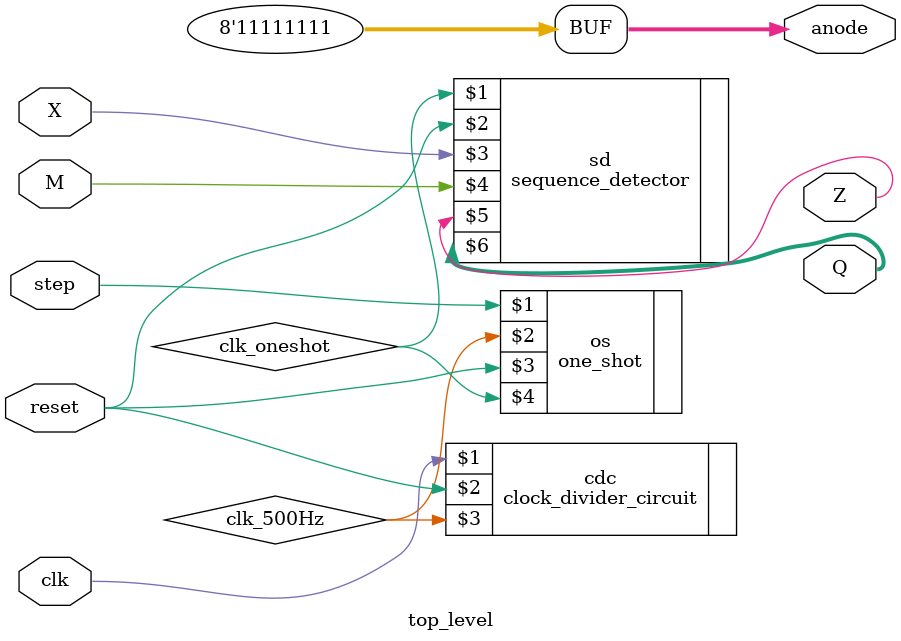
<source format=v>
`timescale 1ns / 1ps
module top_level(
	input clk, //clock
	input reset, //reset
	input step, //step
	input X, //data input
	input M, //moore/mealy switch
	output Z, //output
	output [2:0] Q, //state
	output [7:0] anode //anode
	);

wire clk_500Hz, clk_oneshot;  //wire for clocks

assign anode = 8'hFF; // deassert anodes

clock_divider_circuit cdc(clk, reset, clk_500Hz);  //create clock divider circuit

one_shot os(step, clk_500Hz, reset, clk_oneshot); //create one shot

sequence_detector sd(clk_oneshot, reset, X, M, Z, Q[2:0]); //create sequence detector

endmodule

</source>
